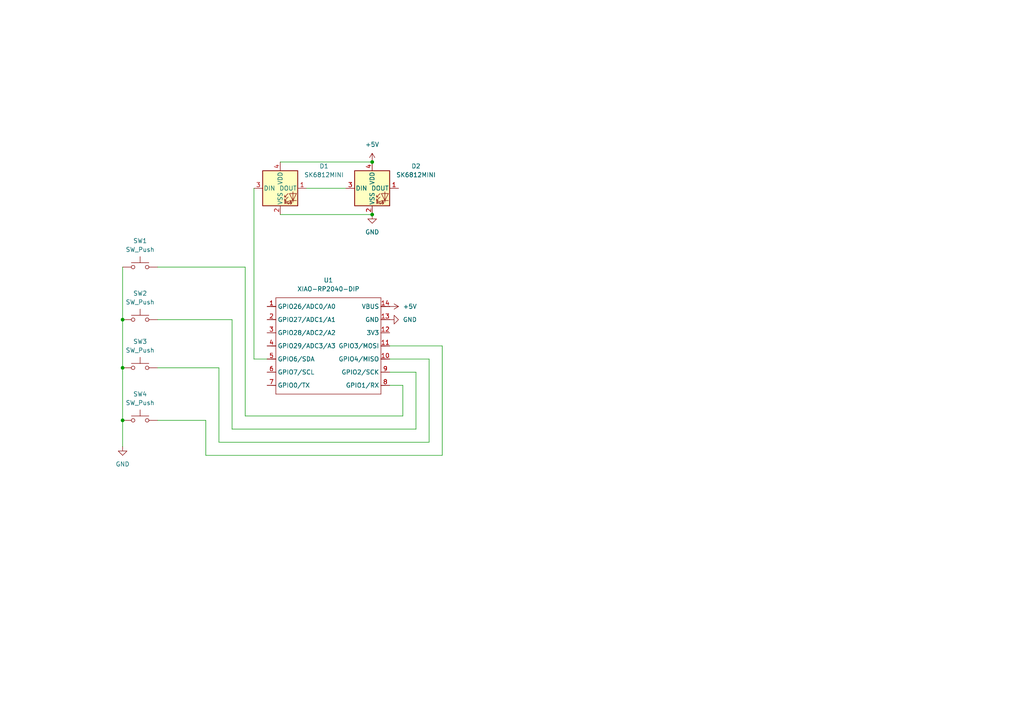
<source format=kicad_sch>
(kicad_sch (version 20250114) (generator "eeschema") (generator_version "9.0")
  (paper "A4")
  (lib_symbols
    (symbol "LED:SK6812MINI" (pin_names (offset 0.254))
      (property "Reference" "D" (at 5.08 5.715 0))
      (property "Value" "SK6812MINI" (at 1.27 -5.715 0))
      (symbol "SK6812MINI_0_0"
        (text "RGB" (at 2.286 -4.191 0) (effects (font (size 0.762 0.762))))
      )
      (symbol "SK6812MINI_0_1"
        (polyline (pts (xy 1.27 -2.54) (xy 1.778 -2.54)))
        (polyline (pts (xy 1.27 -3.556) (xy 1.778 -3.556)))
        (polyline (pts (xy 2.286 -1.524) (xy 1.27 -2.54) (xy 1.27 -2.032)))
        (polyline (pts (xy 2.286 -2.54) (xy 1.27 -3.556) (xy 1.27 -3.048)))
        (polyline (pts (xy 3.683 -1.016) (xy 3.683 -3.556) (xy 3.683 -4.064)))
        (polyline (pts (xy 4.699 -1.524) (xy 2.667 -1.524) (xy 3.683 -3.556) (xy 4.699 -1.524)))
        (polyline (pts (xy 4.699 -3.556) (xy 2.667 -3.556)))
        (rectangle (start 5.08 5.08) (end -5.08 -5.08) (stroke (width 0.254)) (fill (type background)))
      )
      (symbol "SK6812MINI_1_1"
        (pin input line (at -7.62 0 0) (length 2.54) (name "DIN") (number "3"))
        (pin power_in line (at 0 7.62 270) (length 2.54) (name "VDD") (number "4"))
        (pin power_in line (at 0 -7.62 90) (length 2.54) (name "VSS") (number "2"))
        (pin output line (at 7.62 0 180) (length 2.54) (name "DOUT") (number "1"))
      )
    )
    (symbol "OPL:XIAO-RP2040-DIP"
      (property "Reference" "U" (at 0 0 0))
      (property "Value" "XIAO-RP2040-DIP" (at 5.334 -1.778 0))
      (symbol "XIAO-RP2040-DIP_1_0"
        (polyline (pts (xy -1.27 -2.54) (xy 29.21 -2.54)) (stroke (width 0.1524)))
        (polyline (pts (xy -1.27 -5.08) (xy -2.54 -5.08)) (stroke (width 0.1524)))
        (polyline (pts (xy -1.27 -5.08) (xy -1.27 -2.54)) (stroke (width 0.1524)))
        (polyline (pts (xy -1.27 -8.89) (xy -2.54 -8.89)) (stroke (width 0.1524)))
        (polyline (pts (xy -1.27 -8.89) (xy -1.27 -5.08)) (stroke (width 0.1524)))
        (polyline (pts (xy -1.27 -12.7) (xy -2.54 -12.7)) (stroke (width 0.1524)))
        (polyline (pts (xy -1.27 -12.7) (xy -1.27 -8.89)) (stroke (width 0.1524)))
        (polyline (pts (xy -1.27 -16.51) (xy -2.54 -16.51)) (stroke (width 0.1524)))
        (polyline (pts (xy -1.27 -16.51) (xy -1.27 -12.7)) (stroke (width 0.1524)))
        (polyline (pts (xy -1.27 -20.32) (xy -2.54 -20.32)) (stroke (width 0.1524)))
        (polyline (pts (xy -1.27 -24.13) (xy -2.54 -24.13)) (stroke (width 0.1524)))
        (polyline (pts (xy -1.27 -27.94) (xy -2.54 -27.94)) (stroke (width 0.1524)))
        (polyline (pts (xy -1.27 -30.48) (xy -1.27 -16.51)) (stroke (width 0.1524)))
        (polyline (pts (xy 29.21 -2.54) (xy 29.21 -5.08)) (stroke (width 0.1524)))
        (polyline (pts (xy 29.21 -5.08) (xy 29.21 -8.89)) (stroke (width 0.1524)))
        (polyline (pts (xy 29.21 -8.89) (xy 29.21 -12.7)) (stroke (width 0.1524)))
        (polyline (pts (xy 29.21 -12.7) (xy 29.21 -30.48)) (stroke (width 0.1524)))
        (polyline (pts (xy 29.21 -30.48) (xy -1.27 -30.48)) (stroke (width 0.1524)))
        (polyline (pts (xy 30.48 -5.08) (xy 29.21 -5.08)) (stroke (width 0.1524)))
        (polyline (pts (xy 30.48 -8.89) (xy 29.21 -8.89)) (stroke (width 0.1524)))
        (polyline (pts (xy 30.48 -12.7) (xy 29.21 -12.7)) (stroke (width 0.1524)))
        (polyline (pts (xy 30.48 -16.51) (xy 29.21 -16.51)) (stroke (width 0.1524)))
        (polyline (pts (xy 30.48 -20.32) (xy 29.21 -20.32)) (stroke (width 0.1524)))
        (polyline (pts (xy 30.48 -24.13) (xy 29.21 -24.13)) (stroke (width 0.1524)))
        (polyline (pts (xy 30.48 -27.94) (xy 29.21 -27.94)) (stroke (width 0.1524)))
        (pin passive line (at -3.81 -5.08 0) (length 2.54) (name "GPIO26/ADC0/A0") (number "1"))
        (pin passive line (at -3.81 -8.89 0) (length 2.54) (name "GPIO27/ADC1/A1") (number "2"))
        (pin passive line (at -3.81 -12.7 0) (length 2.54) (name "GPIO28/ADC2/A2") (number "3"))
        (pin passive line (at -3.81 -16.51 0) (length 2.54) (name "GPIO29/ADC3/A3") (number "4"))
        (pin passive line (at -3.81 -20.32 0) (length 2.54) (name "GPIO6/SDA") (number "5"))
        (pin passive line (at -3.81 -24.13 0) (length 2.54) (name "GPIO7/SCL") (number "6"))
        (pin passive line (at -3.81 -27.94 0) (length 2.54) (name "GPIO0/TX") (number "7"))
        (pin passive line (at 31.75 -5.08 180) (length 2.54) (name "VBUS") (number "14"))
        (pin passive line (at 31.75 -8.89 180) (length 2.54) (name "GND") (number "13"))
        (pin passive line (at 31.75 -12.7 180) (length 2.54) (name "3V3") (number "12"))
        (pin passive line (at 31.75 -16.51 180) (length 2.54) (name "GPIO3/MOSI") (number "11"))
        (pin passive line (at 31.75 -20.32 180) (length 2.54) (name "GPIO4/MISO") (number "10"))
        (pin passive line (at 31.75 -24.13 180) (length 2.54) (name "GPIO2/SCK") (number "9"))
        (pin passive line (at 31.75 -27.94 180) (length 2.54) (name "GPIO1/RX") (number "8"))
      )
    )
    (symbol "Switch:SW_Push" (pin_numbers (hide yes)) (pin_names (offset 1.016) (hide yes))
      (property "Reference" "SW" (at 1.27 2.54 0))
      (property "Value" "SW_Push" (at 0 -1.524 0))
      (symbol "SW_Push_0_1"
        (circle (center -2.032 0) (radius 0.508))
        (polyline (pts (xy 0 1.27) (xy 0 3.048)))
        (circle (center 2.032 0) (radius 0.508))
        (polyline (pts (xy 2.54 1.27) (xy -2.54 1.27)))
        (pin passive line (at -5.08 0 0) (length 2.54) (name "1") (number "1"))
        (pin passive line (at 5.08 0 180) (length 2.54) (name "2") (number "2"))
      )
    )
    (symbol "power:+5V" (power) (pin_numbers (hide yes)) (pin_names (offset 0) (hide yes))
      (property "Value" "+5V" (at 0 3.556 0))
      (symbol "+5V_0_1"
        (polyline (pts (xy -0.762 1.27) (xy 0 2.54)))
        (polyline (pts (xy 0 2.54) (xy 0.762 1.27)))
        (polyline (pts (xy 0 0) (xy 0 2.54)))
      )
      (symbol "+5V_1_1"
        (pin power_in line (at 0 0 90) (length 0) (name "~") (number "1"))
      )
    )
    (symbol "power:GND" (power) (pin_numbers (hide yes)) (pin_names (offset 0) (hide yes))
      (property "Value" "GND" (at 0 -3.81 0))
      (symbol "GND_0_1"
        (polyline (pts (xy 0 0) (xy 0 -1.27) (xy 1.27 -1.27) (xy 0 -2.54) (xy -1.27 -1.27) (xy 0 -1.27)))
      )
      (symbol "GND_1_1"
        (pin power_in line (at 0 0 270) (length 0) (name "~") (number "1"))
      )
    )
  )
  (junction (at 35.56 121.92))
  (junction (at 107.95 46.99))
  (junction (at 107.95 62.23))
  (junction (at 35.56 106.68))
  (junction (at 35.56 92.71))
  (wire (pts (xy 120.65 124.46) (xy 120.65 107.95)))
  (wire (pts (xy 88.9 54.61) (xy 100.33 54.61)))
  (wire (pts (xy 35.56 77.47) (xy 35.56 92.71)))
  (wire (pts (xy 124.46 128.27) (xy 63.5 128.27)))
  (wire (pts (xy 67.31 124.46) (xy 120.65 124.46)))
  (wire (pts (xy 77.47 104.14) (xy 73.66 104.14)))
  (wire (pts (xy 45.72 121.92) (xy 59.69 121.92)))
  (wire (pts (xy 124.46 104.14) (xy 124.46 128.27)))
  (wire (pts (xy 71.12 77.47) (xy 71.12 120.65)))
  (wire (pts (xy 35.56 121.92) (xy 35.56 129.54)))
  (wire (pts (xy 45.72 77.47) (xy 71.12 77.47)))
  (wire (pts (xy 73.66 54.61) (xy 73.66 104.14)))
  (wire (pts (xy 45.72 106.68) (xy 63.5 106.68)))
  (wire (pts (xy 113.03 107.95) (xy 120.65 107.95)))
  (wire (pts (xy 35.56 92.71) (xy 35.56 106.68)))
  (wire (pts (xy 116.84 120.65) (xy 116.84 111.76)))
  (wire (pts (xy 67.31 92.71) (xy 67.31 124.46)))
  (wire (pts (xy 63.5 128.27) (xy 63.5 106.68)))
  (wire (pts (xy 128.27 132.08) (xy 59.69 132.08)))
  (wire (pts (xy 113.03 111.76) (xy 116.84 111.76)))
  (wire (pts (xy 45.72 92.71) (xy 67.31 92.71)))
  (wire (pts (xy 113.03 104.14) (xy 124.46 104.14)))
  (wire (pts (xy 35.56 106.68) (xy 35.56 121.92)))
  (wire (pts (xy 113.03 100.33) (xy 128.27 100.33)))
  (wire (pts (xy 128.27 100.33) (xy 128.27 132.08)))
  (wire (pts (xy 81.28 62.23) (xy 107.95 62.23)))
  (wire (pts (xy 59.69 132.08) (xy 59.69 121.92)))
  (wire (pts (xy 71.12 120.65) (xy 116.84 120.65)))
  (wire (pts (xy 81.28 46.99) (xy 107.95 46.99)))
  (symbol (lib_id "Switch:SW_Push") (at 40.64 77.47 0) (unit 1)
    (property "Reference" "SW1" (at 40.64 69.85 0))
    (property "Value" "SW_Push" (at 40.64 72.39 0))
    (property "Footprint" "Button_Switch_Keyboard:SW_Cherry_MX_1.00u_PCB" (effects (hide yes)))
    (property "Description" "Push button switch, generic, two pins" (effects (hide yes)))
  )
  (symbol (lib_id "power:+5V") (at 113.03 88.9 270) (unit 1)
    (property "Reference" "#PWR03" (effects (hide yes)))
    (property "Value" "+5V" (at 116.84 88.8999 90) (effects (justify left)))
    (property "Description" "Power symbol creates a global label with name \"+5V\"" (effects (hide yes)))
  )
  (symbol (lib_id "power:+5V") (at 107.95 46.99 0) (unit 1)
    (property "Reference" "#PWR04" (effects (hide yes)))
    (property "Value" "+5V" (at 107.95 41.91 0))
    (property "Description" "Power symbol creates a global label with name \"+5V\"" (effects (hide yes)))
  )
  (symbol (lib_id "Switch:SW_Push") (at 40.64 106.68 0) (unit 1)
    (property "Reference" "SW3" (at 40.64 99.06 0))
    (property "Value" "SW_Push" (at 40.64 101.6 0))
    (property "Footprint" "Button_Switch_Keyboard:SW_Cherry_MX_1.00u_PCB" (effects (hide yes)))
    (property "Description" "Push button switch, generic, two pins" (effects (hide yes)))
  )
  (symbol (lib_id "power:GND") (at 35.56 129.54 0) (unit 1)
    (property "Reference" "#PWR01" (effects (hide yes)))
    (property "Value" "GND" (at 35.56 134.62 0))
    (property "Description" "Power symbol creates a global label with name \"GND\" , ground" (effects (hide yes)))
  )
  (symbol (lib_id "power:GND") (at 107.95 62.23 0) (unit 1)
    (property "Reference" "#PWR05" (effects (hide yes)))
    (property "Value" "GND" (at 107.95 67.31 0))
    (property "Description" "Power symbol creates a global label with name \"GND\" , ground" (effects (hide yes)))
  )
  (symbol (lib_id "LED:SK6812MINI") (at 81.28 54.61 0) (unit 1)
    (property "Reference" "D1" (at 93.98 48.1898 0))
    (property "Value" "SK6812MINI" (at 93.98 50.7298 0))
    (property "Footprint" "LED_SMD:LED_SK6812MINI_PLCC4_3.5x3.5mm_P1.75mm" (effects (hide yes)))
    (property "Datasheet" "https://cdn-shop.adafruit.com/product-files/2686/SK6812MINI_REV.01-1-2.pdf" (effects (hide yes)))
    (property "Description" "RGB LED with integrated controller" (effects (hide yes)))
  )
  (symbol (lib_id "Switch:SW_Push") (at 40.64 121.92 0) (unit 1)
    (property "Reference" "SW4" (at 40.64 114.3 0))
    (property "Value" "SW_Push" (at 40.64 116.84 0))
    (property "Footprint" "Button_Switch_Keyboard:SW_Cherry_MX_1.00u_PCB" (effects (hide yes)))
    (property "Description" "Push button switch, generic, two pins" (effects (hide yes)))
  )
  (symbol (lib_id "LED:SK6812MINI") (at 107.95 54.61 0) (unit 1)
    (property "Reference" "D2" (at 120.65 48.1898 0))
    (property "Value" "SK6812MINI" (at 120.65 50.7298 0))
    (property "Footprint" "LED_SMD:LED_SK6812MINI_PLCC4_3.5x3.5mm_P1.75mm" (effects (hide yes)))
    (property "Datasheet" "https://cdn-shop.adafruit.com/product-files/2686/SK6812MINI_REV.01-1-2.pdf" (effects (hide yes)))
    (property "Description" "RGB LED with integrated controller" (effects (hide yes)))
  )
  (symbol (lib_id "Switch:SW_Push") (at 40.64 92.71 0) (unit 1)
    (property "Reference" "SW2" (at 40.64 85.09 0))
    (property "Value" "SW_Push" (at 40.64 87.63 0))
    (property "Footprint" "Button_Switch_Keyboard:SW_Cherry_MX_1.00u_PCB" (effects (hide yes)))
    (property "Description" "Push button switch, generic, two pins" (effects (hide yes)))
  )
  (symbol (lib_id "power:GND") (at 113.03 92.71 90) (unit 1)
    (property "Reference" "#PWR02" (effects (hide yes)))
    (property "Value" "GND" (at 116.84 92.7099 90) (effects (justify right)))
    (property "Description" "Power symbol creates a global label with name \"GND\" , ground" (effects (hide yes)))
  )
  (symbol (lib_id "OPL:XIAO-RP2040-DIP") (at 81.28 83.82 0) (unit 1)
    (property "Reference" "U1" (at 95.25 81.28 0))
    (property "Value" "XIAO-RP2040-DIP" (at 95.25 83.82 0))
    (property "Footprint" "OPL:XIAO-RP2040-DIP" (effects (hide yes)))
  )
)
</source>
